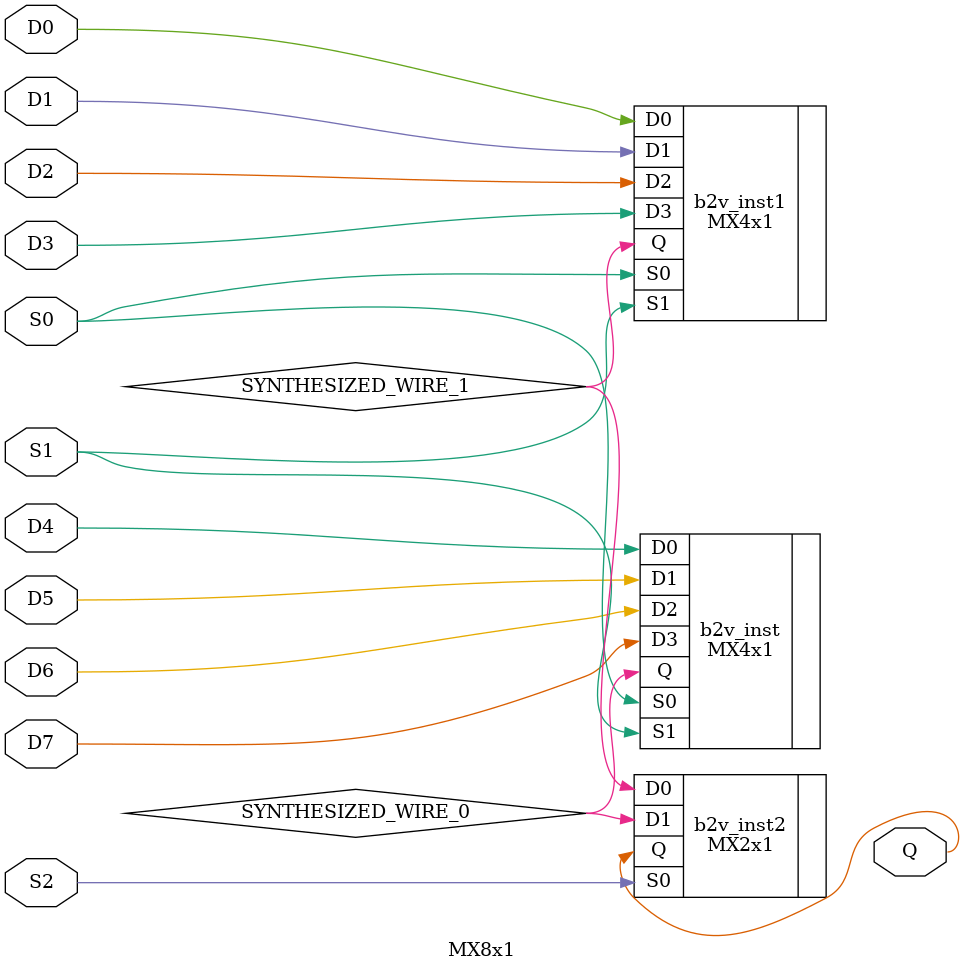
<source format=v>


module MX8x1(
	S1,
	S0,
	D3,
	D2,
	D1,
	D0,
	D4,
	D5,
	D6,
	D7,
	S2,
	Q
);


input wire	S1;
input wire	S0;
input wire	D3;
input wire	D2;
input wire	D1;
input wire	D0;
input wire	D4;
input wire	D5;
input wire	D6;
input wire	D7;
input wire	S2;
output wire	Q;

wire	SYNTHESIZED_WIRE_0;
wire	SYNTHESIZED_WIRE_1;





MX4x1	b2v_inst(
	.D3(D7),
	.D2(D6),
	.D1(D5),
	.D0(D4),
	.S1(S1),
	.S0(S0),
	.Q(SYNTHESIZED_WIRE_0));


MX4x1	b2v_inst1(
	.D3(D3),
	.D2(D2),
	.D1(D1),
	.D0(D0),
	.S1(S1),
	.S0(S0),
	.Q(SYNTHESIZED_WIRE_1));


MX2x1	b2v_inst2(
	.D1(SYNTHESIZED_WIRE_0),
	.D0(SYNTHESIZED_WIRE_1),
	.S0(S2),
	.Q(Q));


endmodule

</source>
